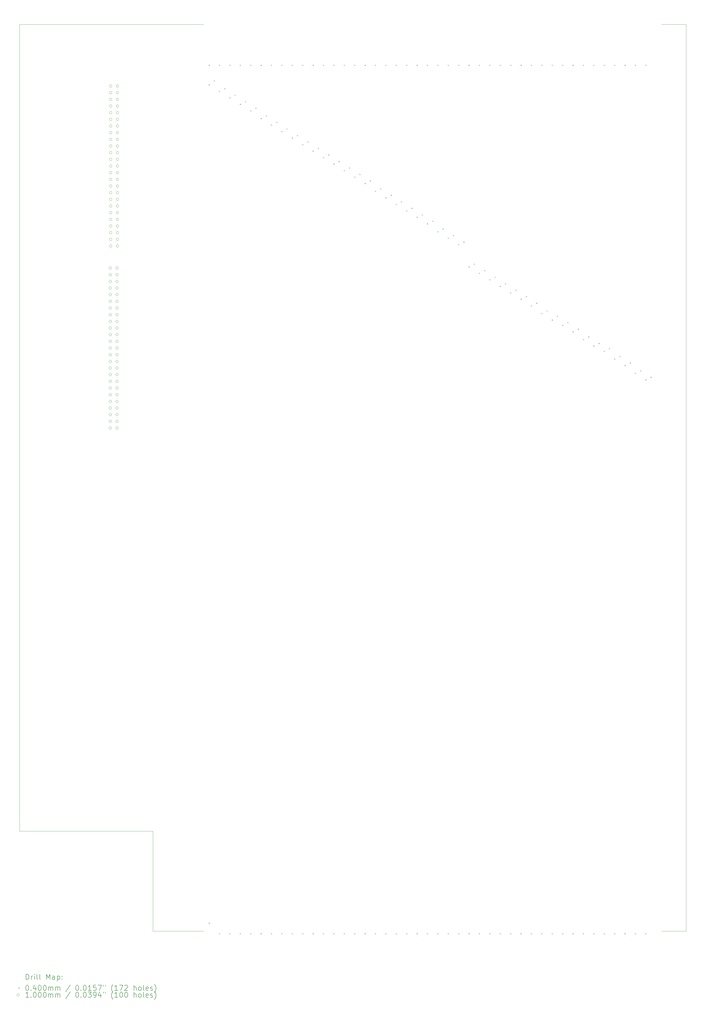
<source format=gbr>
%TF.GenerationSoftware,KiCad,Pcbnew,7.0.1*%
%TF.CreationDate,2024-03-02T20:17:59-05:00*%
%TF.ProjectId,SEM card breakout,53454d20-6361-4726-9420-627265616b6f,rev?*%
%TF.SameCoordinates,Original*%
%TF.FileFunction,Drillmap*%
%TF.FilePolarity,Positive*%
%FSLAX45Y45*%
G04 Gerber Fmt 4.5, Leading zero omitted, Abs format (unit mm)*
G04 Created by KiCad (PCBNEW 7.0.1) date 2024-03-02 20:17:59*
%MOMM*%
%LPD*%
G01*
G04 APERTURE LIST*
%ADD10C,0.100000*%
%ADD11C,0.200000*%
%ADD12C,0.040000*%
G04 APERTURE END LIST*
D10*
X-878840Y960120D02*
X-878840Y-29773880D01*
X24521160Y-33583880D02*
X24521160Y960120D01*
X23586440Y-33583880D02*
X24521160Y-33583880D01*
X4201160Y-29773880D02*
X4201160Y-33583880D01*
X-878840Y-29773880D02*
X4201160Y-29773880D01*
X23586440Y960120D02*
X24521160Y960120D01*
X4201160Y-33583880D02*
X6131560Y-33583880D01*
X6131560Y960120D02*
X-878840Y960120D01*
D11*
D12*
X6319840Y-574360D02*
X6359840Y-614360D01*
X6359840Y-574360D02*
X6319840Y-614360D01*
X6319840Y-1317310D02*
X6359840Y-1357310D01*
X6359840Y-1317310D02*
X6319840Y-1357310D01*
X6319840Y-33264160D02*
X6359840Y-33304160D01*
X6359840Y-33264160D02*
X6319840Y-33304160D01*
X6517960Y-1168720D02*
X6557960Y-1208720D01*
X6557960Y-1168720D02*
X6517960Y-1208720D01*
X6716080Y-574360D02*
X6756080Y-614360D01*
X6756080Y-574360D02*
X6716080Y-614360D01*
X6716080Y-1564960D02*
X6756080Y-1604960D01*
X6756080Y-1564960D02*
X6716080Y-1604960D01*
X6716080Y-33660400D02*
X6756080Y-33700400D01*
X6756080Y-33660400D02*
X6716080Y-33700400D01*
X6914200Y-1465900D02*
X6954200Y-1505900D01*
X6954200Y-1465900D02*
X6914200Y-1505900D01*
X7112320Y-574360D02*
X7152320Y-614360D01*
X7152320Y-574360D02*
X7112320Y-614360D01*
X7112320Y-1812610D02*
X7152320Y-1852610D01*
X7152320Y-1812610D02*
X7112320Y-1852610D01*
X7112320Y-33660400D02*
X7152320Y-33700400D01*
X7152320Y-33660400D02*
X7112320Y-33700400D01*
X7310440Y-1713550D02*
X7350440Y-1753550D01*
X7350440Y-1713550D02*
X7310440Y-1753550D01*
X7508560Y-574360D02*
X7548560Y-614360D01*
X7548560Y-574360D02*
X7508560Y-614360D01*
X7508560Y-2060260D02*
X7548560Y-2100260D01*
X7548560Y-2060260D02*
X7508560Y-2100260D01*
X7508560Y-33660400D02*
X7548560Y-33700400D01*
X7548560Y-33660400D02*
X7508560Y-33700400D01*
X7706680Y-1961200D02*
X7746680Y-2001200D01*
X7746680Y-1961200D02*
X7706680Y-2001200D01*
X7904800Y-574360D02*
X7944800Y-614360D01*
X7944800Y-574360D02*
X7904800Y-614360D01*
X7904800Y-2307910D02*
X7944800Y-2347910D01*
X7944800Y-2307910D02*
X7904800Y-2347910D01*
X7904800Y-33660400D02*
X7944800Y-33700400D01*
X7944800Y-33660400D02*
X7904800Y-33700400D01*
X8102920Y-2208850D02*
X8142920Y-2248850D01*
X8142920Y-2208850D02*
X8102920Y-2248850D01*
X8301040Y-574360D02*
X8341040Y-614360D01*
X8341040Y-574360D02*
X8301040Y-614360D01*
X8301040Y-2605090D02*
X8341040Y-2645090D01*
X8341040Y-2605090D02*
X8301040Y-2645090D01*
X8301040Y-33660400D02*
X8341040Y-33700400D01*
X8341040Y-33660400D02*
X8301040Y-33700400D01*
X8499160Y-2506030D02*
X8539160Y-2546030D01*
X8539160Y-2506030D02*
X8499160Y-2546030D01*
X8697280Y-574360D02*
X8737280Y-614360D01*
X8737280Y-574360D02*
X8697280Y-614360D01*
X8697280Y-2852740D02*
X8737280Y-2892740D01*
X8737280Y-2852740D02*
X8697280Y-2892740D01*
X8697280Y-33660400D02*
X8737280Y-33700400D01*
X8737280Y-33660400D02*
X8697280Y-33700400D01*
X8895400Y-2753680D02*
X8935400Y-2793680D01*
X8935400Y-2753680D02*
X8895400Y-2793680D01*
X9093520Y-574360D02*
X9133520Y-614360D01*
X9133520Y-574360D02*
X9093520Y-614360D01*
X9093520Y-3100390D02*
X9133520Y-3140390D01*
X9133520Y-3100390D02*
X9093520Y-3140390D01*
X9093520Y-33660400D02*
X9133520Y-33700400D01*
X9133520Y-33660400D02*
X9093520Y-33700400D01*
X9291640Y-3001330D02*
X9331640Y-3041330D01*
X9331640Y-3001330D02*
X9291640Y-3041330D01*
X9489760Y-574360D02*
X9529760Y-614360D01*
X9529760Y-574360D02*
X9489760Y-614360D01*
X9489760Y-3348040D02*
X9529760Y-3388040D01*
X9529760Y-3348040D02*
X9489760Y-3388040D01*
X9489760Y-33660400D02*
X9529760Y-33700400D01*
X9529760Y-33660400D02*
X9489760Y-33700400D01*
X9687880Y-3248980D02*
X9727880Y-3288980D01*
X9727880Y-3248980D02*
X9687880Y-3288980D01*
X9886000Y-574360D02*
X9926000Y-614360D01*
X9926000Y-574360D02*
X9886000Y-614360D01*
X9886000Y-3595690D02*
X9926000Y-3635690D01*
X9926000Y-3595690D02*
X9886000Y-3635690D01*
X9886000Y-33660400D02*
X9926000Y-33700400D01*
X9926000Y-33660400D02*
X9886000Y-33700400D01*
X10084120Y-3496630D02*
X10124120Y-3536630D01*
X10124120Y-3496630D02*
X10084120Y-3536630D01*
X10282240Y-574360D02*
X10322240Y-614360D01*
X10322240Y-574360D02*
X10282240Y-614360D01*
X10282240Y-3843340D02*
X10322240Y-3883340D01*
X10322240Y-3843340D02*
X10282240Y-3883340D01*
X10282240Y-33660400D02*
X10322240Y-33700400D01*
X10322240Y-33660400D02*
X10282240Y-33700400D01*
X10480360Y-3744280D02*
X10520360Y-3784280D01*
X10520360Y-3744280D02*
X10480360Y-3784280D01*
X10678480Y-574360D02*
X10718480Y-614360D01*
X10718480Y-574360D02*
X10678480Y-614360D01*
X10678480Y-4090990D02*
X10718480Y-4130990D01*
X10718480Y-4090990D02*
X10678480Y-4130990D01*
X10678480Y-33660400D02*
X10718480Y-33700400D01*
X10718480Y-33660400D02*
X10678480Y-33700400D01*
X10876600Y-3991930D02*
X10916600Y-4031930D01*
X10916600Y-3991930D02*
X10876600Y-4031930D01*
X11074720Y-574360D02*
X11114720Y-614360D01*
X11114720Y-574360D02*
X11074720Y-614360D01*
X11074720Y-4338640D02*
X11114720Y-4378640D01*
X11114720Y-4338640D02*
X11074720Y-4378640D01*
X11074720Y-33660400D02*
X11114720Y-33700400D01*
X11114720Y-33660400D02*
X11074720Y-33700400D01*
X11272840Y-4239580D02*
X11312840Y-4279580D01*
X11312840Y-4239580D02*
X11272840Y-4279580D01*
X11470960Y-574360D02*
X11510960Y-614360D01*
X11510960Y-574360D02*
X11470960Y-614360D01*
X11470960Y-4586290D02*
X11510960Y-4626290D01*
X11510960Y-4586290D02*
X11470960Y-4626290D01*
X11470960Y-33660400D02*
X11510960Y-33700400D01*
X11510960Y-33660400D02*
X11470960Y-33700400D01*
X11669080Y-4487230D02*
X11709080Y-4527230D01*
X11709080Y-4487230D02*
X11669080Y-4527230D01*
X11867200Y-574360D02*
X11907200Y-614360D01*
X11907200Y-574360D02*
X11867200Y-614360D01*
X11867200Y-4833940D02*
X11907200Y-4873940D01*
X11907200Y-4833940D02*
X11867200Y-4873940D01*
X11867200Y-33660400D02*
X11907200Y-33700400D01*
X11907200Y-33660400D02*
X11867200Y-33700400D01*
X12065320Y-4734880D02*
X12105320Y-4774880D01*
X12105320Y-4734880D02*
X12065320Y-4774880D01*
X12263440Y-574360D02*
X12303440Y-614360D01*
X12303440Y-574360D02*
X12263440Y-614360D01*
X12263440Y-5081590D02*
X12303440Y-5121590D01*
X12303440Y-5081590D02*
X12263440Y-5121590D01*
X12263440Y-33660400D02*
X12303440Y-33700400D01*
X12303440Y-33660400D02*
X12263440Y-33700400D01*
X12461560Y-4982530D02*
X12501560Y-5022530D01*
X12501560Y-4982530D02*
X12461560Y-5022530D01*
X12659680Y-574360D02*
X12699680Y-614360D01*
X12699680Y-574360D02*
X12659680Y-614360D01*
X12659680Y-5378770D02*
X12699680Y-5418770D01*
X12699680Y-5378770D02*
X12659680Y-5418770D01*
X12659680Y-33660400D02*
X12699680Y-33700400D01*
X12699680Y-33660400D02*
X12659680Y-33700400D01*
X12857800Y-5279710D02*
X12897800Y-5319710D01*
X12897800Y-5279710D02*
X12857800Y-5319710D01*
X13055920Y-574360D02*
X13095920Y-614360D01*
X13095920Y-574360D02*
X13055920Y-614360D01*
X13055920Y-5626420D02*
X13095920Y-5666420D01*
X13095920Y-5626420D02*
X13055920Y-5666420D01*
X13055920Y-33660400D02*
X13095920Y-33700400D01*
X13095920Y-33660400D02*
X13055920Y-33700400D01*
X13254040Y-5527360D02*
X13294040Y-5567360D01*
X13294040Y-5527360D02*
X13254040Y-5567360D01*
X13452160Y-574360D02*
X13492160Y-614360D01*
X13492160Y-574360D02*
X13452160Y-614360D01*
X13452160Y-5874070D02*
X13492160Y-5914070D01*
X13492160Y-5874070D02*
X13452160Y-5914070D01*
X13452160Y-33660400D02*
X13492160Y-33700400D01*
X13492160Y-33660400D02*
X13452160Y-33700400D01*
X13650280Y-5775010D02*
X13690280Y-5815010D01*
X13690280Y-5775010D02*
X13650280Y-5815010D01*
X13848400Y-574360D02*
X13888400Y-614360D01*
X13888400Y-574360D02*
X13848400Y-614360D01*
X13848400Y-6121720D02*
X13888400Y-6161720D01*
X13888400Y-6121720D02*
X13848400Y-6161720D01*
X13848400Y-33660400D02*
X13888400Y-33700400D01*
X13888400Y-33660400D02*
X13848400Y-33700400D01*
X14046520Y-6022660D02*
X14086520Y-6062660D01*
X14086520Y-6022660D02*
X14046520Y-6062660D01*
X14244640Y-574360D02*
X14284640Y-614360D01*
X14284640Y-574360D02*
X14244640Y-614360D01*
X14244640Y-6369370D02*
X14284640Y-6409370D01*
X14284640Y-6369370D02*
X14244640Y-6409370D01*
X14244640Y-33660400D02*
X14284640Y-33700400D01*
X14284640Y-33660400D02*
X14244640Y-33700400D01*
X14442760Y-6270310D02*
X14482760Y-6310310D01*
X14482760Y-6270310D02*
X14442760Y-6310310D01*
X14640880Y-574360D02*
X14680880Y-614360D01*
X14680880Y-574360D02*
X14640880Y-614360D01*
X14640880Y-6617020D02*
X14680880Y-6657020D01*
X14680880Y-6617020D02*
X14640880Y-6657020D01*
X14640880Y-33660400D02*
X14680880Y-33700400D01*
X14680880Y-33660400D02*
X14640880Y-33700400D01*
X14839000Y-6517960D02*
X14879000Y-6557960D01*
X14879000Y-6517960D02*
X14839000Y-6557960D01*
X15037120Y-574360D02*
X15077120Y-614360D01*
X15077120Y-574360D02*
X15037120Y-614360D01*
X15037120Y-6914200D02*
X15077120Y-6954200D01*
X15077120Y-6914200D02*
X15037120Y-6954200D01*
X15037120Y-33660400D02*
X15077120Y-33700400D01*
X15077120Y-33660400D02*
X15037120Y-33700400D01*
X15235240Y-6815140D02*
X15275240Y-6855140D01*
X15275240Y-6815140D02*
X15235240Y-6855140D01*
X15433360Y-574360D02*
X15473360Y-614360D01*
X15473360Y-574360D02*
X15433360Y-614360D01*
X15433360Y-7161850D02*
X15473360Y-7201850D01*
X15473360Y-7161850D02*
X15433360Y-7201850D01*
X15433360Y-33660400D02*
X15473360Y-33700400D01*
X15473360Y-33660400D02*
X15433360Y-33700400D01*
X15631480Y-7062790D02*
X15671480Y-7102790D01*
X15671480Y-7062790D02*
X15631480Y-7102790D01*
X15829600Y-574360D02*
X15869600Y-614360D01*
X15869600Y-574360D02*
X15829600Y-614360D01*
X15829600Y-7409500D02*
X15869600Y-7449500D01*
X15869600Y-7409500D02*
X15829600Y-7449500D01*
X15829600Y-33660400D02*
X15869600Y-33700400D01*
X15869600Y-33660400D02*
X15829600Y-33700400D01*
X16027720Y-7310440D02*
X16067720Y-7350440D01*
X16067720Y-7310440D02*
X16027720Y-7350440D01*
X16225840Y-574360D02*
X16265840Y-614360D01*
X16265840Y-574360D02*
X16225840Y-614360D01*
X16225840Y-8251510D02*
X16265840Y-8291510D01*
X16265840Y-8251510D02*
X16225840Y-8291510D01*
X16225840Y-33660400D02*
X16265840Y-33700400D01*
X16265840Y-33660400D02*
X16225840Y-33700400D01*
X16423960Y-8152450D02*
X16463960Y-8192450D01*
X16463960Y-8152450D02*
X16423960Y-8192450D01*
X16622080Y-574360D02*
X16662080Y-614360D01*
X16662080Y-574360D02*
X16622080Y-614360D01*
X16622080Y-8499160D02*
X16662080Y-8539160D01*
X16662080Y-8499160D02*
X16622080Y-8539160D01*
X16622080Y-33660400D02*
X16662080Y-33700400D01*
X16662080Y-33660400D02*
X16622080Y-33700400D01*
X16820200Y-8400100D02*
X16860200Y-8440100D01*
X16860200Y-8400100D02*
X16820200Y-8440100D01*
X17018320Y-574360D02*
X17058320Y-614360D01*
X17058320Y-574360D02*
X17018320Y-614360D01*
X17018320Y-8746810D02*
X17058320Y-8786810D01*
X17058320Y-8746810D02*
X17018320Y-8786810D01*
X17018320Y-33660400D02*
X17058320Y-33700400D01*
X17058320Y-33660400D02*
X17018320Y-33700400D01*
X17216440Y-8647750D02*
X17256440Y-8687750D01*
X17256440Y-8647750D02*
X17216440Y-8687750D01*
X17414560Y-574360D02*
X17454560Y-614360D01*
X17454560Y-574360D02*
X17414560Y-614360D01*
X17414560Y-8994460D02*
X17454560Y-9034460D01*
X17454560Y-8994460D02*
X17414560Y-9034460D01*
X17414560Y-33660400D02*
X17454560Y-33700400D01*
X17454560Y-33660400D02*
X17414560Y-33700400D01*
X17612680Y-8895400D02*
X17652680Y-8935400D01*
X17652680Y-8895400D02*
X17612680Y-8935400D01*
X17810800Y-574360D02*
X17850800Y-614360D01*
X17850800Y-574360D02*
X17810800Y-614360D01*
X17810800Y-9242110D02*
X17850800Y-9282110D01*
X17850800Y-9242110D02*
X17810800Y-9282110D01*
X17810800Y-33660400D02*
X17850800Y-33700400D01*
X17850800Y-33660400D02*
X17810800Y-33700400D01*
X18008920Y-9143050D02*
X18048920Y-9183050D01*
X18048920Y-9143050D02*
X18008920Y-9183050D01*
X18207040Y-574360D02*
X18247040Y-614360D01*
X18247040Y-574360D02*
X18207040Y-614360D01*
X18207040Y-9489760D02*
X18247040Y-9529760D01*
X18247040Y-9489760D02*
X18207040Y-9529760D01*
X18207040Y-33660400D02*
X18247040Y-33700400D01*
X18247040Y-33660400D02*
X18207040Y-33700400D01*
X18405160Y-9390700D02*
X18445160Y-9430700D01*
X18445160Y-9390700D02*
X18405160Y-9430700D01*
X18603280Y-574360D02*
X18643280Y-614360D01*
X18643280Y-574360D02*
X18603280Y-614360D01*
X18603280Y-9737410D02*
X18643280Y-9777410D01*
X18643280Y-9737410D02*
X18603280Y-9777410D01*
X18603280Y-33660400D02*
X18643280Y-33700400D01*
X18643280Y-33660400D02*
X18603280Y-33700400D01*
X18801400Y-9638350D02*
X18841400Y-9678350D01*
X18841400Y-9638350D02*
X18801400Y-9678350D01*
X18999520Y-574360D02*
X19039520Y-614360D01*
X19039520Y-574360D02*
X18999520Y-614360D01*
X18999520Y-10034590D02*
X19039520Y-10074590D01*
X19039520Y-10034590D02*
X18999520Y-10074590D01*
X18999520Y-33660400D02*
X19039520Y-33700400D01*
X19039520Y-33660400D02*
X18999520Y-33700400D01*
X19197640Y-9935530D02*
X19237640Y-9975530D01*
X19237640Y-9935530D02*
X19197640Y-9975530D01*
X19395760Y-574360D02*
X19435760Y-614360D01*
X19435760Y-574360D02*
X19395760Y-614360D01*
X19395760Y-10282240D02*
X19435760Y-10322240D01*
X19435760Y-10282240D02*
X19395760Y-10322240D01*
X19395760Y-33660400D02*
X19435760Y-33700400D01*
X19435760Y-33660400D02*
X19395760Y-33700400D01*
X19593880Y-10133650D02*
X19633880Y-10173650D01*
X19633880Y-10133650D02*
X19593880Y-10173650D01*
X19792000Y-574360D02*
X19832000Y-614360D01*
X19832000Y-574360D02*
X19792000Y-614360D01*
X19792000Y-10480360D02*
X19832000Y-10520360D01*
X19832000Y-10480360D02*
X19792000Y-10520360D01*
X19792000Y-33660400D02*
X19832000Y-33700400D01*
X19832000Y-33660400D02*
X19792000Y-33700400D01*
X19990120Y-10381300D02*
X20030120Y-10421300D01*
X20030120Y-10381300D02*
X19990120Y-10421300D01*
X20188240Y-574360D02*
X20228240Y-614360D01*
X20228240Y-574360D02*
X20188240Y-614360D01*
X20188240Y-10728010D02*
X20228240Y-10768010D01*
X20228240Y-10728010D02*
X20188240Y-10768010D01*
X20188240Y-33660400D02*
X20228240Y-33700400D01*
X20228240Y-33660400D02*
X20188240Y-33700400D01*
X20386360Y-10628950D02*
X20426360Y-10668950D01*
X20426360Y-10628950D02*
X20386360Y-10668950D01*
X20584480Y-574360D02*
X20624480Y-614360D01*
X20624480Y-574360D02*
X20584480Y-614360D01*
X20584480Y-11025190D02*
X20624480Y-11065190D01*
X20624480Y-11025190D02*
X20584480Y-11065190D01*
X20584480Y-33660400D02*
X20624480Y-33700400D01*
X20624480Y-33660400D02*
X20584480Y-33700400D01*
X20782600Y-10926130D02*
X20822600Y-10966130D01*
X20822600Y-10926130D02*
X20782600Y-10966130D01*
X20980720Y-574360D02*
X21020720Y-614360D01*
X21020720Y-574360D02*
X20980720Y-614360D01*
X20980720Y-11272840D02*
X21020720Y-11312840D01*
X21020720Y-11272840D02*
X20980720Y-11312840D01*
X20980720Y-33660400D02*
X21020720Y-33700400D01*
X21020720Y-33660400D02*
X20980720Y-33700400D01*
X21178840Y-11173780D02*
X21218840Y-11213780D01*
X21218840Y-11173780D02*
X21178840Y-11213780D01*
X21376960Y-574360D02*
X21416960Y-614360D01*
X21416960Y-574360D02*
X21376960Y-614360D01*
X21376960Y-11470960D02*
X21416960Y-11510960D01*
X21416960Y-11470960D02*
X21376960Y-11510960D01*
X21376960Y-33660400D02*
X21416960Y-33700400D01*
X21416960Y-33660400D02*
X21376960Y-33700400D01*
X21575080Y-11371900D02*
X21615080Y-11411900D01*
X21615080Y-11371900D02*
X21575080Y-11411900D01*
X21773200Y-574360D02*
X21813200Y-614360D01*
X21813200Y-574360D02*
X21773200Y-614360D01*
X21773200Y-11768140D02*
X21813200Y-11808140D01*
X21813200Y-11768140D02*
X21773200Y-11808140D01*
X21773200Y-33660400D02*
X21813200Y-33700400D01*
X21813200Y-33660400D02*
X21773200Y-33700400D01*
X21971320Y-11669080D02*
X22011320Y-11709080D01*
X22011320Y-11669080D02*
X21971320Y-11709080D01*
X22169440Y-574360D02*
X22209440Y-614360D01*
X22209440Y-574360D02*
X22169440Y-614360D01*
X22169440Y-12015790D02*
X22209440Y-12055790D01*
X22209440Y-12015790D02*
X22169440Y-12055790D01*
X22169440Y-33660400D02*
X22209440Y-33700400D01*
X22209440Y-33660400D02*
X22169440Y-33700400D01*
X22367560Y-11916730D02*
X22407560Y-11956730D01*
X22407560Y-11916730D02*
X22367560Y-11956730D01*
X22565680Y-574360D02*
X22605680Y-614360D01*
X22605680Y-574360D02*
X22565680Y-614360D01*
X22565680Y-12312970D02*
X22605680Y-12352970D01*
X22605680Y-12312970D02*
X22565680Y-12352970D01*
X22565680Y-33660400D02*
X22605680Y-33700400D01*
X22605680Y-33660400D02*
X22565680Y-33700400D01*
X22763800Y-12213910D02*
X22803800Y-12253910D01*
X22803800Y-12213910D02*
X22763800Y-12253910D01*
X22961920Y-574360D02*
X23001920Y-614360D01*
X23001920Y-574360D02*
X22961920Y-614360D01*
X22961920Y-12560620D02*
X23001920Y-12600620D01*
X23001920Y-12560620D02*
X22961920Y-12600620D01*
X22961920Y-33660400D02*
X23001920Y-33700400D01*
X23001920Y-33660400D02*
X22961920Y-33700400D01*
X23160040Y-12461560D02*
X23200040Y-12501560D01*
X23200040Y-12461560D02*
X23160040Y-12501560D01*
D10*
X2625560Y-8321040D02*
G75*
G03*
X2625560Y-8321040I-50000J0D01*
G01*
X2625560Y-8575040D02*
G75*
G03*
X2625560Y-8575040I-50000J0D01*
G01*
X2625560Y-8829040D02*
G75*
G03*
X2625560Y-8829040I-50000J0D01*
G01*
X2625560Y-9083040D02*
G75*
G03*
X2625560Y-9083040I-50000J0D01*
G01*
X2625560Y-9337040D02*
G75*
G03*
X2625560Y-9337040I-50000J0D01*
G01*
X2625560Y-9591040D02*
G75*
G03*
X2625560Y-9591040I-50000J0D01*
G01*
X2625560Y-9845040D02*
G75*
G03*
X2625560Y-9845040I-50000J0D01*
G01*
X2625560Y-10099040D02*
G75*
G03*
X2625560Y-10099040I-50000J0D01*
G01*
X2625560Y-10353040D02*
G75*
G03*
X2625560Y-10353040I-50000J0D01*
G01*
X2625560Y-10607040D02*
G75*
G03*
X2625560Y-10607040I-50000J0D01*
G01*
X2625560Y-10861040D02*
G75*
G03*
X2625560Y-10861040I-50000J0D01*
G01*
X2625560Y-11115040D02*
G75*
G03*
X2625560Y-11115040I-50000J0D01*
G01*
X2625560Y-11369040D02*
G75*
G03*
X2625560Y-11369040I-50000J0D01*
G01*
X2625560Y-11623040D02*
G75*
G03*
X2625560Y-11623040I-50000J0D01*
G01*
X2625560Y-11877040D02*
G75*
G03*
X2625560Y-11877040I-50000J0D01*
G01*
X2625560Y-12131040D02*
G75*
G03*
X2625560Y-12131040I-50000J0D01*
G01*
X2625560Y-12385040D02*
G75*
G03*
X2625560Y-12385040I-50000J0D01*
G01*
X2625560Y-12639040D02*
G75*
G03*
X2625560Y-12639040I-50000J0D01*
G01*
X2625560Y-12893040D02*
G75*
G03*
X2625560Y-12893040I-50000J0D01*
G01*
X2625560Y-13147040D02*
G75*
G03*
X2625560Y-13147040I-50000J0D01*
G01*
X2625560Y-13401040D02*
G75*
G03*
X2625560Y-13401040I-50000J0D01*
G01*
X2625560Y-13655040D02*
G75*
G03*
X2625560Y-13655040I-50000J0D01*
G01*
X2625560Y-13909040D02*
G75*
G03*
X2625560Y-13909040I-50000J0D01*
G01*
X2625560Y-14163040D02*
G75*
G03*
X2625560Y-14163040I-50000J0D01*
G01*
X2625560Y-14417040D02*
G75*
G03*
X2625560Y-14417040I-50000J0D01*
G01*
X2642160Y-1386840D02*
G75*
G03*
X2642160Y-1386840I-50000J0D01*
G01*
X2642160Y-1640840D02*
G75*
G03*
X2642160Y-1640840I-50000J0D01*
G01*
X2642160Y-1894840D02*
G75*
G03*
X2642160Y-1894840I-50000J0D01*
G01*
X2642160Y-2148840D02*
G75*
G03*
X2642160Y-2148840I-50000J0D01*
G01*
X2642160Y-2402840D02*
G75*
G03*
X2642160Y-2402840I-50000J0D01*
G01*
X2642160Y-2656840D02*
G75*
G03*
X2642160Y-2656840I-50000J0D01*
G01*
X2642160Y-2910840D02*
G75*
G03*
X2642160Y-2910840I-50000J0D01*
G01*
X2642160Y-3164840D02*
G75*
G03*
X2642160Y-3164840I-50000J0D01*
G01*
X2642160Y-3418840D02*
G75*
G03*
X2642160Y-3418840I-50000J0D01*
G01*
X2642160Y-3672840D02*
G75*
G03*
X2642160Y-3672840I-50000J0D01*
G01*
X2642160Y-3926840D02*
G75*
G03*
X2642160Y-3926840I-50000J0D01*
G01*
X2642160Y-4180840D02*
G75*
G03*
X2642160Y-4180840I-50000J0D01*
G01*
X2642160Y-4434840D02*
G75*
G03*
X2642160Y-4434840I-50000J0D01*
G01*
X2642160Y-4688840D02*
G75*
G03*
X2642160Y-4688840I-50000J0D01*
G01*
X2642160Y-4942840D02*
G75*
G03*
X2642160Y-4942840I-50000J0D01*
G01*
X2642160Y-5196840D02*
G75*
G03*
X2642160Y-5196840I-50000J0D01*
G01*
X2642160Y-5450840D02*
G75*
G03*
X2642160Y-5450840I-50000J0D01*
G01*
X2642160Y-5704840D02*
G75*
G03*
X2642160Y-5704840I-50000J0D01*
G01*
X2642160Y-5958840D02*
G75*
G03*
X2642160Y-5958840I-50000J0D01*
G01*
X2642160Y-6212840D02*
G75*
G03*
X2642160Y-6212840I-50000J0D01*
G01*
X2642160Y-6466840D02*
G75*
G03*
X2642160Y-6466840I-50000J0D01*
G01*
X2642160Y-6720840D02*
G75*
G03*
X2642160Y-6720840I-50000J0D01*
G01*
X2642160Y-6974840D02*
G75*
G03*
X2642160Y-6974840I-50000J0D01*
G01*
X2642160Y-7228840D02*
G75*
G03*
X2642160Y-7228840I-50000J0D01*
G01*
X2642160Y-7482840D02*
G75*
G03*
X2642160Y-7482840I-50000J0D01*
G01*
X2879560Y-8321040D02*
G75*
G03*
X2879560Y-8321040I-50000J0D01*
G01*
X2879560Y-8575040D02*
G75*
G03*
X2879560Y-8575040I-50000J0D01*
G01*
X2879560Y-8829040D02*
G75*
G03*
X2879560Y-8829040I-50000J0D01*
G01*
X2879560Y-9083040D02*
G75*
G03*
X2879560Y-9083040I-50000J0D01*
G01*
X2879560Y-9337040D02*
G75*
G03*
X2879560Y-9337040I-50000J0D01*
G01*
X2879560Y-9591040D02*
G75*
G03*
X2879560Y-9591040I-50000J0D01*
G01*
X2879560Y-9845040D02*
G75*
G03*
X2879560Y-9845040I-50000J0D01*
G01*
X2879560Y-10099040D02*
G75*
G03*
X2879560Y-10099040I-50000J0D01*
G01*
X2879560Y-10353040D02*
G75*
G03*
X2879560Y-10353040I-50000J0D01*
G01*
X2879560Y-10607040D02*
G75*
G03*
X2879560Y-10607040I-50000J0D01*
G01*
X2879560Y-10861040D02*
G75*
G03*
X2879560Y-10861040I-50000J0D01*
G01*
X2879560Y-11115040D02*
G75*
G03*
X2879560Y-11115040I-50000J0D01*
G01*
X2879560Y-11369040D02*
G75*
G03*
X2879560Y-11369040I-50000J0D01*
G01*
X2879560Y-11623040D02*
G75*
G03*
X2879560Y-11623040I-50000J0D01*
G01*
X2879560Y-11877040D02*
G75*
G03*
X2879560Y-11877040I-50000J0D01*
G01*
X2879560Y-12131040D02*
G75*
G03*
X2879560Y-12131040I-50000J0D01*
G01*
X2879560Y-12385040D02*
G75*
G03*
X2879560Y-12385040I-50000J0D01*
G01*
X2879560Y-12639040D02*
G75*
G03*
X2879560Y-12639040I-50000J0D01*
G01*
X2879560Y-12893040D02*
G75*
G03*
X2879560Y-12893040I-50000J0D01*
G01*
X2879560Y-13147040D02*
G75*
G03*
X2879560Y-13147040I-50000J0D01*
G01*
X2879560Y-13401040D02*
G75*
G03*
X2879560Y-13401040I-50000J0D01*
G01*
X2879560Y-13655040D02*
G75*
G03*
X2879560Y-13655040I-50000J0D01*
G01*
X2879560Y-13909040D02*
G75*
G03*
X2879560Y-13909040I-50000J0D01*
G01*
X2879560Y-14163040D02*
G75*
G03*
X2879560Y-14163040I-50000J0D01*
G01*
X2879560Y-14417040D02*
G75*
G03*
X2879560Y-14417040I-50000J0D01*
G01*
X2896160Y-1386840D02*
G75*
G03*
X2896160Y-1386840I-50000J0D01*
G01*
X2896160Y-1640840D02*
G75*
G03*
X2896160Y-1640840I-50000J0D01*
G01*
X2896160Y-1894840D02*
G75*
G03*
X2896160Y-1894840I-50000J0D01*
G01*
X2896160Y-2148840D02*
G75*
G03*
X2896160Y-2148840I-50000J0D01*
G01*
X2896160Y-2402840D02*
G75*
G03*
X2896160Y-2402840I-50000J0D01*
G01*
X2896160Y-2656840D02*
G75*
G03*
X2896160Y-2656840I-50000J0D01*
G01*
X2896160Y-2910840D02*
G75*
G03*
X2896160Y-2910840I-50000J0D01*
G01*
X2896160Y-3164840D02*
G75*
G03*
X2896160Y-3164840I-50000J0D01*
G01*
X2896160Y-3418840D02*
G75*
G03*
X2896160Y-3418840I-50000J0D01*
G01*
X2896160Y-3672840D02*
G75*
G03*
X2896160Y-3672840I-50000J0D01*
G01*
X2896160Y-3926840D02*
G75*
G03*
X2896160Y-3926840I-50000J0D01*
G01*
X2896160Y-4180840D02*
G75*
G03*
X2896160Y-4180840I-50000J0D01*
G01*
X2896160Y-4434840D02*
G75*
G03*
X2896160Y-4434840I-50000J0D01*
G01*
X2896160Y-4688840D02*
G75*
G03*
X2896160Y-4688840I-50000J0D01*
G01*
X2896160Y-4942840D02*
G75*
G03*
X2896160Y-4942840I-50000J0D01*
G01*
X2896160Y-5196840D02*
G75*
G03*
X2896160Y-5196840I-50000J0D01*
G01*
X2896160Y-5450840D02*
G75*
G03*
X2896160Y-5450840I-50000J0D01*
G01*
X2896160Y-5704840D02*
G75*
G03*
X2896160Y-5704840I-50000J0D01*
G01*
X2896160Y-5958840D02*
G75*
G03*
X2896160Y-5958840I-50000J0D01*
G01*
X2896160Y-6212840D02*
G75*
G03*
X2896160Y-6212840I-50000J0D01*
G01*
X2896160Y-6466840D02*
G75*
G03*
X2896160Y-6466840I-50000J0D01*
G01*
X2896160Y-6720840D02*
G75*
G03*
X2896160Y-6720840I-50000J0D01*
G01*
X2896160Y-6974840D02*
G75*
G03*
X2896160Y-6974840I-50000J0D01*
G01*
X2896160Y-7228840D02*
G75*
G03*
X2896160Y-7228840I-50000J0D01*
G01*
X2896160Y-7482840D02*
G75*
G03*
X2896160Y-7482840I-50000J0D01*
G01*
D11*
X-636221Y-35425404D02*
X-636221Y-35225404D01*
X-636221Y-35225404D02*
X-588602Y-35225404D01*
X-588602Y-35225404D02*
X-560030Y-35234928D01*
X-560030Y-35234928D02*
X-540983Y-35253975D01*
X-540983Y-35253975D02*
X-531459Y-35273023D01*
X-531459Y-35273023D02*
X-521935Y-35311118D01*
X-521935Y-35311118D02*
X-521935Y-35339690D01*
X-521935Y-35339690D02*
X-531459Y-35377785D01*
X-531459Y-35377785D02*
X-540983Y-35396832D01*
X-540983Y-35396832D02*
X-560030Y-35415880D01*
X-560030Y-35415880D02*
X-588602Y-35425404D01*
X-588602Y-35425404D02*
X-636221Y-35425404D01*
X-436221Y-35425404D02*
X-436221Y-35292070D01*
X-436221Y-35330166D02*
X-426697Y-35311118D01*
X-426697Y-35311118D02*
X-417173Y-35301594D01*
X-417173Y-35301594D02*
X-398126Y-35292070D01*
X-398126Y-35292070D02*
X-379078Y-35292070D01*
X-312411Y-35425404D02*
X-312411Y-35292070D01*
X-312411Y-35225404D02*
X-321935Y-35234928D01*
X-321935Y-35234928D02*
X-312411Y-35244451D01*
X-312411Y-35244451D02*
X-302888Y-35234928D01*
X-302888Y-35234928D02*
X-312411Y-35225404D01*
X-312411Y-35225404D02*
X-312411Y-35244451D01*
X-188602Y-35425404D02*
X-207649Y-35415880D01*
X-207649Y-35415880D02*
X-217173Y-35396832D01*
X-217173Y-35396832D02*
X-217173Y-35225404D01*
X-83840Y-35425404D02*
X-102888Y-35415880D01*
X-102888Y-35415880D02*
X-112411Y-35396832D01*
X-112411Y-35396832D02*
X-112411Y-35225404D01*
X144731Y-35425404D02*
X144731Y-35225404D01*
X144731Y-35225404D02*
X211398Y-35368261D01*
X211398Y-35368261D02*
X278065Y-35225404D01*
X278065Y-35225404D02*
X278065Y-35425404D01*
X459017Y-35425404D02*
X459017Y-35320642D01*
X459017Y-35320642D02*
X449493Y-35301594D01*
X449493Y-35301594D02*
X430446Y-35292070D01*
X430446Y-35292070D02*
X392350Y-35292070D01*
X392350Y-35292070D02*
X373303Y-35301594D01*
X459017Y-35415880D02*
X439969Y-35425404D01*
X439969Y-35425404D02*
X392350Y-35425404D01*
X392350Y-35425404D02*
X373303Y-35415880D01*
X373303Y-35415880D02*
X363779Y-35396832D01*
X363779Y-35396832D02*
X363779Y-35377785D01*
X363779Y-35377785D02*
X373303Y-35358737D01*
X373303Y-35358737D02*
X392350Y-35349213D01*
X392350Y-35349213D02*
X439969Y-35349213D01*
X439969Y-35349213D02*
X459017Y-35339690D01*
X554255Y-35292070D02*
X554255Y-35492070D01*
X554255Y-35301594D02*
X573303Y-35292070D01*
X573303Y-35292070D02*
X611398Y-35292070D01*
X611398Y-35292070D02*
X630446Y-35301594D01*
X630446Y-35301594D02*
X639970Y-35311118D01*
X639970Y-35311118D02*
X649493Y-35330166D01*
X649493Y-35330166D02*
X649493Y-35387309D01*
X649493Y-35387309D02*
X639970Y-35406356D01*
X639970Y-35406356D02*
X630446Y-35415880D01*
X630446Y-35415880D02*
X611398Y-35425404D01*
X611398Y-35425404D02*
X573303Y-35425404D01*
X573303Y-35425404D02*
X554255Y-35415880D01*
X735208Y-35406356D02*
X744731Y-35415880D01*
X744731Y-35415880D02*
X735208Y-35425404D01*
X735208Y-35425404D02*
X725684Y-35415880D01*
X725684Y-35415880D02*
X735208Y-35406356D01*
X735208Y-35406356D02*
X735208Y-35425404D01*
X735208Y-35301594D02*
X744731Y-35311118D01*
X744731Y-35311118D02*
X735208Y-35320642D01*
X735208Y-35320642D02*
X725684Y-35311118D01*
X725684Y-35311118D02*
X735208Y-35301594D01*
X735208Y-35301594D02*
X735208Y-35320642D01*
D12*
X-923840Y-35732880D02*
X-883840Y-35772880D01*
X-883840Y-35732880D02*
X-923840Y-35772880D01*
D11*
X-598126Y-35645404D02*
X-579078Y-35645404D01*
X-579078Y-35645404D02*
X-560030Y-35654928D01*
X-560030Y-35654928D02*
X-550507Y-35664451D01*
X-550507Y-35664451D02*
X-540983Y-35683499D01*
X-540983Y-35683499D02*
X-531459Y-35721594D01*
X-531459Y-35721594D02*
X-531459Y-35769213D01*
X-531459Y-35769213D02*
X-540983Y-35807309D01*
X-540983Y-35807309D02*
X-550507Y-35826356D01*
X-550507Y-35826356D02*
X-560030Y-35835880D01*
X-560030Y-35835880D02*
X-579078Y-35845404D01*
X-579078Y-35845404D02*
X-598126Y-35845404D01*
X-598126Y-35845404D02*
X-617173Y-35835880D01*
X-617173Y-35835880D02*
X-626697Y-35826356D01*
X-626697Y-35826356D02*
X-636221Y-35807309D01*
X-636221Y-35807309D02*
X-645745Y-35769213D01*
X-645745Y-35769213D02*
X-645745Y-35721594D01*
X-645745Y-35721594D02*
X-636221Y-35683499D01*
X-636221Y-35683499D02*
X-626697Y-35664451D01*
X-626697Y-35664451D02*
X-617173Y-35654928D01*
X-617173Y-35654928D02*
X-598126Y-35645404D01*
X-445745Y-35826356D02*
X-436221Y-35835880D01*
X-436221Y-35835880D02*
X-445745Y-35845404D01*
X-445745Y-35845404D02*
X-455268Y-35835880D01*
X-455268Y-35835880D02*
X-445745Y-35826356D01*
X-445745Y-35826356D02*
X-445745Y-35845404D01*
X-264792Y-35712070D02*
X-264792Y-35845404D01*
X-312411Y-35635880D02*
X-360030Y-35778737D01*
X-360030Y-35778737D02*
X-236221Y-35778737D01*
X-121935Y-35645404D02*
X-102887Y-35645404D01*
X-102887Y-35645404D02*
X-83840Y-35654928D01*
X-83840Y-35654928D02*
X-74316Y-35664451D01*
X-74316Y-35664451D02*
X-64792Y-35683499D01*
X-64792Y-35683499D02*
X-55268Y-35721594D01*
X-55268Y-35721594D02*
X-55268Y-35769213D01*
X-55268Y-35769213D02*
X-64792Y-35807309D01*
X-64792Y-35807309D02*
X-74316Y-35826356D01*
X-74316Y-35826356D02*
X-83840Y-35835880D01*
X-83840Y-35835880D02*
X-102887Y-35845404D01*
X-102887Y-35845404D02*
X-121935Y-35845404D01*
X-121935Y-35845404D02*
X-140983Y-35835880D01*
X-140983Y-35835880D02*
X-150507Y-35826356D01*
X-150507Y-35826356D02*
X-160030Y-35807309D01*
X-160030Y-35807309D02*
X-169554Y-35769213D01*
X-169554Y-35769213D02*
X-169554Y-35721594D01*
X-169554Y-35721594D02*
X-160030Y-35683499D01*
X-160030Y-35683499D02*
X-150507Y-35664451D01*
X-150507Y-35664451D02*
X-140983Y-35654928D01*
X-140983Y-35654928D02*
X-121935Y-35645404D01*
X68541Y-35645404D02*
X87589Y-35645404D01*
X87589Y-35645404D02*
X106636Y-35654928D01*
X106636Y-35654928D02*
X116160Y-35664451D01*
X116160Y-35664451D02*
X125684Y-35683499D01*
X125684Y-35683499D02*
X135208Y-35721594D01*
X135208Y-35721594D02*
X135208Y-35769213D01*
X135208Y-35769213D02*
X125684Y-35807309D01*
X125684Y-35807309D02*
X116160Y-35826356D01*
X116160Y-35826356D02*
X106636Y-35835880D01*
X106636Y-35835880D02*
X87589Y-35845404D01*
X87589Y-35845404D02*
X68541Y-35845404D01*
X68541Y-35845404D02*
X49493Y-35835880D01*
X49493Y-35835880D02*
X39970Y-35826356D01*
X39970Y-35826356D02*
X30446Y-35807309D01*
X30446Y-35807309D02*
X20922Y-35769213D01*
X20922Y-35769213D02*
X20922Y-35721594D01*
X20922Y-35721594D02*
X30446Y-35683499D01*
X30446Y-35683499D02*
X39970Y-35664451D01*
X39970Y-35664451D02*
X49493Y-35654928D01*
X49493Y-35654928D02*
X68541Y-35645404D01*
X220922Y-35845404D02*
X220922Y-35712070D01*
X220922Y-35731118D02*
X230446Y-35721594D01*
X230446Y-35721594D02*
X249493Y-35712070D01*
X249493Y-35712070D02*
X278065Y-35712070D01*
X278065Y-35712070D02*
X297112Y-35721594D01*
X297112Y-35721594D02*
X306636Y-35740642D01*
X306636Y-35740642D02*
X306636Y-35845404D01*
X306636Y-35740642D02*
X316160Y-35721594D01*
X316160Y-35721594D02*
X335208Y-35712070D01*
X335208Y-35712070D02*
X363779Y-35712070D01*
X363779Y-35712070D02*
X382827Y-35721594D01*
X382827Y-35721594D02*
X392350Y-35740642D01*
X392350Y-35740642D02*
X392350Y-35845404D01*
X487589Y-35845404D02*
X487589Y-35712070D01*
X487589Y-35731118D02*
X497112Y-35721594D01*
X497112Y-35721594D02*
X516160Y-35712070D01*
X516160Y-35712070D02*
X544732Y-35712070D01*
X544732Y-35712070D02*
X563779Y-35721594D01*
X563779Y-35721594D02*
X573303Y-35740642D01*
X573303Y-35740642D02*
X573303Y-35845404D01*
X573303Y-35740642D02*
X582827Y-35721594D01*
X582827Y-35721594D02*
X601874Y-35712070D01*
X601874Y-35712070D02*
X630446Y-35712070D01*
X630446Y-35712070D02*
X649493Y-35721594D01*
X649493Y-35721594D02*
X659017Y-35740642D01*
X659017Y-35740642D02*
X659017Y-35845404D01*
X1049493Y-35635880D02*
X878065Y-35893023D01*
X1306636Y-35645404D02*
X1325684Y-35645404D01*
X1325684Y-35645404D02*
X1344732Y-35654928D01*
X1344732Y-35654928D02*
X1354255Y-35664451D01*
X1354255Y-35664451D02*
X1363779Y-35683499D01*
X1363779Y-35683499D02*
X1373303Y-35721594D01*
X1373303Y-35721594D02*
X1373303Y-35769213D01*
X1373303Y-35769213D02*
X1363779Y-35807309D01*
X1363779Y-35807309D02*
X1354255Y-35826356D01*
X1354255Y-35826356D02*
X1344732Y-35835880D01*
X1344732Y-35835880D02*
X1325684Y-35845404D01*
X1325684Y-35845404D02*
X1306636Y-35845404D01*
X1306636Y-35845404D02*
X1287589Y-35835880D01*
X1287589Y-35835880D02*
X1278065Y-35826356D01*
X1278065Y-35826356D02*
X1268541Y-35807309D01*
X1268541Y-35807309D02*
X1259017Y-35769213D01*
X1259017Y-35769213D02*
X1259017Y-35721594D01*
X1259017Y-35721594D02*
X1268541Y-35683499D01*
X1268541Y-35683499D02*
X1278065Y-35664451D01*
X1278065Y-35664451D02*
X1287589Y-35654928D01*
X1287589Y-35654928D02*
X1306636Y-35645404D01*
X1459017Y-35826356D02*
X1468541Y-35835880D01*
X1468541Y-35835880D02*
X1459017Y-35845404D01*
X1459017Y-35845404D02*
X1449493Y-35835880D01*
X1449493Y-35835880D02*
X1459017Y-35826356D01*
X1459017Y-35826356D02*
X1459017Y-35845404D01*
X1592351Y-35645404D02*
X1611398Y-35645404D01*
X1611398Y-35645404D02*
X1630446Y-35654928D01*
X1630446Y-35654928D02*
X1639970Y-35664451D01*
X1639970Y-35664451D02*
X1649493Y-35683499D01*
X1649493Y-35683499D02*
X1659017Y-35721594D01*
X1659017Y-35721594D02*
X1659017Y-35769213D01*
X1659017Y-35769213D02*
X1649493Y-35807309D01*
X1649493Y-35807309D02*
X1639970Y-35826356D01*
X1639970Y-35826356D02*
X1630446Y-35835880D01*
X1630446Y-35835880D02*
X1611398Y-35845404D01*
X1611398Y-35845404D02*
X1592351Y-35845404D01*
X1592351Y-35845404D02*
X1573303Y-35835880D01*
X1573303Y-35835880D02*
X1563779Y-35826356D01*
X1563779Y-35826356D02*
X1554255Y-35807309D01*
X1554255Y-35807309D02*
X1544732Y-35769213D01*
X1544732Y-35769213D02*
X1544732Y-35721594D01*
X1544732Y-35721594D02*
X1554255Y-35683499D01*
X1554255Y-35683499D02*
X1563779Y-35664451D01*
X1563779Y-35664451D02*
X1573303Y-35654928D01*
X1573303Y-35654928D02*
X1592351Y-35645404D01*
X1849493Y-35845404D02*
X1735208Y-35845404D01*
X1792351Y-35845404D02*
X1792351Y-35645404D01*
X1792351Y-35645404D02*
X1773303Y-35673975D01*
X1773303Y-35673975D02*
X1754255Y-35693023D01*
X1754255Y-35693023D02*
X1735208Y-35702547D01*
X2030446Y-35645404D02*
X1935208Y-35645404D01*
X1935208Y-35645404D02*
X1925684Y-35740642D01*
X1925684Y-35740642D02*
X1935208Y-35731118D01*
X1935208Y-35731118D02*
X1954255Y-35721594D01*
X1954255Y-35721594D02*
X2001874Y-35721594D01*
X2001874Y-35721594D02*
X2020922Y-35731118D01*
X2020922Y-35731118D02*
X2030446Y-35740642D01*
X2030446Y-35740642D02*
X2039970Y-35759690D01*
X2039970Y-35759690D02*
X2039970Y-35807309D01*
X2039970Y-35807309D02*
X2030446Y-35826356D01*
X2030446Y-35826356D02*
X2020922Y-35835880D01*
X2020922Y-35835880D02*
X2001874Y-35845404D01*
X2001874Y-35845404D02*
X1954255Y-35845404D01*
X1954255Y-35845404D02*
X1935208Y-35835880D01*
X1935208Y-35835880D02*
X1925684Y-35826356D01*
X2106636Y-35645404D02*
X2239970Y-35645404D01*
X2239970Y-35645404D02*
X2154255Y-35845404D01*
X2306636Y-35645404D02*
X2306636Y-35683499D01*
X2382827Y-35645404D02*
X2382827Y-35683499D01*
X2678065Y-35921594D02*
X2668541Y-35912070D01*
X2668541Y-35912070D02*
X2649494Y-35883499D01*
X2649494Y-35883499D02*
X2639970Y-35864451D01*
X2639970Y-35864451D02*
X2630446Y-35835880D01*
X2630446Y-35835880D02*
X2620922Y-35788261D01*
X2620922Y-35788261D02*
X2620922Y-35750166D01*
X2620922Y-35750166D02*
X2630446Y-35702547D01*
X2630446Y-35702547D02*
X2639970Y-35673975D01*
X2639970Y-35673975D02*
X2649494Y-35654928D01*
X2649494Y-35654928D02*
X2668541Y-35626356D01*
X2668541Y-35626356D02*
X2678065Y-35616832D01*
X2859017Y-35845404D02*
X2744732Y-35845404D01*
X2801874Y-35845404D02*
X2801874Y-35645404D01*
X2801874Y-35645404D02*
X2782827Y-35673975D01*
X2782827Y-35673975D02*
X2763779Y-35693023D01*
X2763779Y-35693023D02*
X2744732Y-35702547D01*
X2925684Y-35645404D02*
X3059017Y-35645404D01*
X3059017Y-35645404D02*
X2973303Y-35845404D01*
X3125684Y-35664451D02*
X3135208Y-35654928D01*
X3135208Y-35654928D02*
X3154255Y-35645404D01*
X3154255Y-35645404D02*
X3201875Y-35645404D01*
X3201875Y-35645404D02*
X3220922Y-35654928D01*
X3220922Y-35654928D02*
X3230446Y-35664451D01*
X3230446Y-35664451D02*
X3239970Y-35683499D01*
X3239970Y-35683499D02*
X3239970Y-35702547D01*
X3239970Y-35702547D02*
X3230446Y-35731118D01*
X3230446Y-35731118D02*
X3116160Y-35845404D01*
X3116160Y-35845404D02*
X3239970Y-35845404D01*
X3478065Y-35845404D02*
X3478065Y-35645404D01*
X3563779Y-35845404D02*
X3563779Y-35740642D01*
X3563779Y-35740642D02*
X3554256Y-35721594D01*
X3554256Y-35721594D02*
X3535208Y-35712070D01*
X3535208Y-35712070D02*
X3506636Y-35712070D01*
X3506636Y-35712070D02*
X3487589Y-35721594D01*
X3487589Y-35721594D02*
X3478065Y-35731118D01*
X3687589Y-35845404D02*
X3668541Y-35835880D01*
X3668541Y-35835880D02*
X3659017Y-35826356D01*
X3659017Y-35826356D02*
X3649494Y-35807309D01*
X3649494Y-35807309D02*
X3649494Y-35750166D01*
X3649494Y-35750166D02*
X3659017Y-35731118D01*
X3659017Y-35731118D02*
X3668541Y-35721594D01*
X3668541Y-35721594D02*
X3687589Y-35712070D01*
X3687589Y-35712070D02*
X3716160Y-35712070D01*
X3716160Y-35712070D02*
X3735208Y-35721594D01*
X3735208Y-35721594D02*
X3744732Y-35731118D01*
X3744732Y-35731118D02*
X3754256Y-35750166D01*
X3754256Y-35750166D02*
X3754256Y-35807309D01*
X3754256Y-35807309D02*
X3744732Y-35826356D01*
X3744732Y-35826356D02*
X3735208Y-35835880D01*
X3735208Y-35835880D02*
X3716160Y-35845404D01*
X3716160Y-35845404D02*
X3687589Y-35845404D01*
X3868541Y-35845404D02*
X3849494Y-35835880D01*
X3849494Y-35835880D02*
X3839970Y-35816832D01*
X3839970Y-35816832D02*
X3839970Y-35645404D01*
X4020922Y-35835880D02*
X4001875Y-35845404D01*
X4001875Y-35845404D02*
X3963779Y-35845404D01*
X3963779Y-35845404D02*
X3944732Y-35835880D01*
X3944732Y-35835880D02*
X3935208Y-35816832D01*
X3935208Y-35816832D02*
X3935208Y-35740642D01*
X3935208Y-35740642D02*
X3944732Y-35721594D01*
X3944732Y-35721594D02*
X3963779Y-35712070D01*
X3963779Y-35712070D02*
X4001875Y-35712070D01*
X4001875Y-35712070D02*
X4020922Y-35721594D01*
X4020922Y-35721594D02*
X4030446Y-35740642D01*
X4030446Y-35740642D02*
X4030446Y-35759690D01*
X4030446Y-35759690D02*
X3935208Y-35778737D01*
X4106637Y-35835880D02*
X4125684Y-35845404D01*
X4125684Y-35845404D02*
X4163779Y-35845404D01*
X4163779Y-35845404D02*
X4182827Y-35835880D01*
X4182827Y-35835880D02*
X4192351Y-35816832D01*
X4192351Y-35816832D02*
X4192351Y-35807309D01*
X4192351Y-35807309D02*
X4182827Y-35788261D01*
X4182827Y-35788261D02*
X4163779Y-35778737D01*
X4163779Y-35778737D02*
X4135208Y-35778737D01*
X4135208Y-35778737D02*
X4116160Y-35769213D01*
X4116160Y-35769213D02*
X4106637Y-35750166D01*
X4106637Y-35750166D02*
X4106637Y-35740642D01*
X4106637Y-35740642D02*
X4116160Y-35721594D01*
X4116160Y-35721594D02*
X4135208Y-35712070D01*
X4135208Y-35712070D02*
X4163779Y-35712070D01*
X4163779Y-35712070D02*
X4182827Y-35721594D01*
X4259018Y-35921594D02*
X4268541Y-35912070D01*
X4268541Y-35912070D02*
X4287589Y-35883499D01*
X4287589Y-35883499D02*
X4297113Y-35864451D01*
X4297113Y-35864451D02*
X4306637Y-35835880D01*
X4306637Y-35835880D02*
X4316160Y-35788261D01*
X4316160Y-35788261D02*
X4316160Y-35750166D01*
X4316160Y-35750166D02*
X4306637Y-35702547D01*
X4306637Y-35702547D02*
X4297113Y-35673975D01*
X4297113Y-35673975D02*
X4287589Y-35654928D01*
X4287589Y-35654928D02*
X4268541Y-35626356D01*
X4268541Y-35626356D02*
X4259018Y-35616832D01*
D10*
X-883840Y-36016880D02*
G75*
G03*
X-883840Y-36016880I-50000J0D01*
G01*
D11*
X-531459Y-36109404D02*
X-645745Y-36109404D01*
X-588602Y-36109404D02*
X-588602Y-35909404D01*
X-588602Y-35909404D02*
X-607650Y-35937975D01*
X-607650Y-35937975D02*
X-626697Y-35957023D01*
X-626697Y-35957023D02*
X-645745Y-35966547D01*
X-445745Y-36090356D02*
X-436221Y-36099880D01*
X-436221Y-36099880D02*
X-445745Y-36109404D01*
X-445745Y-36109404D02*
X-455268Y-36099880D01*
X-455268Y-36099880D02*
X-445745Y-36090356D01*
X-445745Y-36090356D02*
X-445745Y-36109404D01*
X-312411Y-35909404D02*
X-293364Y-35909404D01*
X-293364Y-35909404D02*
X-274316Y-35918928D01*
X-274316Y-35918928D02*
X-264792Y-35928451D01*
X-264792Y-35928451D02*
X-255268Y-35947499D01*
X-255268Y-35947499D02*
X-245745Y-35985594D01*
X-245745Y-35985594D02*
X-245745Y-36033213D01*
X-245745Y-36033213D02*
X-255268Y-36071309D01*
X-255268Y-36071309D02*
X-264792Y-36090356D01*
X-264792Y-36090356D02*
X-274316Y-36099880D01*
X-274316Y-36099880D02*
X-293364Y-36109404D01*
X-293364Y-36109404D02*
X-312411Y-36109404D01*
X-312411Y-36109404D02*
X-331459Y-36099880D01*
X-331459Y-36099880D02*
X-340983Y-36090356D01*
X-340983Y-36090356D02*
X-350507Y-36071309D01*
X-350507Y-36071309D02*
X-360030Y-36033213D01*
X-360030Y-36033213D02*
X-360030Y-35985594D01*
X-360030Y-35985594D02*
X-350507Y-35947499D01*
X-350507Y-35947499D02*
X-340983Y-35928451D01*
X-340983Y-35928451D02*
X-331459Y-35918928D01*
X-331459Y-35918928D02*
X-312411Y-35909404D01*
X-121935Y-35909404D02*
X-102887Y-35909404D01*
X-102887Y-35909404D02*
X-83840Y-35918928D01*
X-83840Y-35918928D02*
X-74316Y-35928451D01*
X-74316Y-35928451D02*
X-64792Y-35947499D01*
X-64792Y-35947499D02*
X-55268Y-35985594D01*
X-55268Y-35985594D02*
X-55268Y-36033213D01*
X-55268Y-36033213D02*
X-64792Y-36071309D01*
X-64792Y-36071309D02*
X-74316Y-36090356D01*
X-74316Y-36090356D02*
X-83840Y-36099880D01*
X-83840Y-36099880D02*
X-102887Y-36109404D01*
X-102887Y-36109404D02*
X-121935Y-36109404D01*
X-121935Y-36109404D02*
X-140983Y-36099880D01*
X-140983Y-36099880D02*
X-150507Y-36090356D01*
X-150507Y-36090356D02*
X-160030Y-36071309D01*
X-160030Y-36071309D02*
X-169554Y-36033213D01*
X-169554Y-36033213D02*
X-169554Y-35985594D01*
X-169554Y-35985594D02*
X-160030Y-35947499D01*
X-160030Y-35947499D02*
X-150507Y-35928451D01*
X-150507Y-35928451D02*
X-140983Y-35918928D01*
X-140983Y-35918928D02*
X-121935Y-35909404D01*
X68541Y-35909404D02*
X87589Y-35909404D01*
X87589Y-35909404D02*
X106636Y-35918928D01*
X106636Y-35918928D02*
X116160Y-35928451D01*
X116160Y-35928451D02*
X125684Y-35947499D01*
X125684Y-35947499D02*
X135208Y-35985594D01*
X135208Y-35985594D02*
X135208Y-36033213D01*
X135208Y-36033213D02*
X125684Y-36071309D01*
X125684Y-36071309D02*
X116160Y-36090356D01*
X116160Y-36090356D02*
X106636Y-36099880D01*
X106636Y-36099880D02*
X87589Y-36109404D01*
X87589Y-36109404D02*
X68541Y-36109404D01*
X68541Y-36109404D02*
X49493Y-36099880D01*
X49493Y-36099880D02*
X39970Y-36090356D01*
X39970Y-36090356D02*
X30446Y-36071309D01*
X30446Y-36071309D02*
X20922Y-36033213D01*
X20922Y-36033213D02*
X20922Y-35985594D01*
X20922Y-35985594D02*
X30446Y-35947499D01*
X30446Y-35947499D02*
X39970Y-35928451D01*
X39970Y-35928451D02*
X49493Y-35918928D01*
X49493Y-35918928D02*
X68541Y-35909404D01*
X220922Y-36109404D02*
X220922Y-35976070D01*
X220922Y-35995118D02*
X230446Y-35985594D01*
X230446Y-35985594D02*
X249493Y-35976070D01*
X249493Y-35976070D02*
X278065Y-35976070D01*
X278065Y-35976070D02*
X297112Y-35985594D01*
X297112Y-35985594D02*
X306636Y-36004642D01*
X306636Y-36004642D02*
X306636Y-36109404D01*
X306636Y-36004642D02*
X316160Y-35985594D01*
X316160Y-35985594D02*
X335208Y-35976070D01*
X335208Y-35976070D02*
X363779Y-35976070D01*
X363779Y-35976070D02*
X382827Y-35985594D01*
X382827Y-35985594D02*
X392350Y-36004642D01*
X392350Y-36004642D02*
X392350Y-36109404D01*
X487589Y-36109404D02*
X487589Y-35976070D01*
X487589Y-35995118D02*
X497112Y-35985594D01*
X497112Y-35985594D02*
X516160Y-35976070D01*
X516160Y-35976070D02*
X544732Y-35976070D01*
X544732Y-35976070D02*
X563779Y-35985594D01*
X563779Y-35985594D02*
X573303Y-36004642D01*
X573303Y-36004642D02*
X573303Y-36109404D01*
X573303Y-36004642D02*
X582827Y-35985594D01*
X582827Y-35985594D02*
X601874Y-35976070D01*
X601874Y-35976070D02*
X630446Y-35976070D01*
X630446Y-35976070D02*
X649493Y-35985594D01*
X649493Y-35985594D02*
X659017Y-36004642D01*
X659017Y-36004642D02*
X659017Y-36109404D01*
X1049493Y-35899880D02*
X878065Y-36157023D01*
X1306636Y-35909404D02*
X1325684Y-35909404D01*
X1325684Y-35909404D02*
X1344732Y-35918928D01*
X1344732Y-35918928D02*
X1354255Y-35928451D01*
X1354255Y-35928451D02*
X1363779Y-35947499D01*
X1363779Y-35947499D02*
X1373303Y-35985594D01*
X1373303Y-35985594D02*
X1373303Y-36033213D01*
X1373303Y-36033213D02*
X1363779Y-36071309D01*
X1363779Y-36071309D02*
X1354255Y-36090356D01*
X1354255Y-36090356D02*
X1344732Y-36099880D01*
X1344732Y-36099880D02*
X1325684Y-36109404D01*
X1325684Y-36109404D02*
X1306636Y-36109404D01*
X1306636Y-36109404D02*
X1287589Y-36099880D01*
X1287589Y-36099880D02*
X1278065Y-36090356D01*
X1278065Y-36090356D02*
X1268541Y-36071309D01*
X1268541Y-36071309D02*
X1259017Y-36033213D01*
X1259017Y-36033213D02*
X1259017Y-35985594D01*
X1259017Y-35985594D02*
X1268541Y-35947499D01*
X1268541Y-35947499D02*
X1278065Y-35928451D01*
X1278065Y-35928451D02*
X1287589Y-35918928D01*
X1287589Y-35918928D02*
X1306636Y-35909404D01*
X1459017Y-36090356D02*
X1468541Y-36099880D01*
X1468541Y-36099880D02*
X1459017Y-36109404D01*
X1459017Y-36109404D02*
X1449493Y-36099880D01*
X1449493Y-36099880D02*
X1459017Y-36090356D01*
X1459017Y-36090356D02*
X1459017Y-36109404D01*
X1592351Y-35909404D02*
X1611398Y-35909404D01*
X1611398Y-35909404D02*
X1630446Y-35918928D01*
X1630446Y-35918928D02*
X1639970Y-35928451D01*
X1639970Y-35928451D02*
X1649493Y-35947499D01*
X1649493Y-35947499D02*
X1659017Y-35985594D01*
X1659017Y-35985594D02*
X1659017Y-36033213D01*
X1659017Y-36033213D02*
X1649493Y-36071309D01*
X1649493Y-36071309D02*
X1639970Y-36090356D01*
X1639970Y-36090356D02*
X1630446Y-36099880D01*
X1630446Y-36099880D02*
X1611398Y-36109404D01*
X1611398Y-36109404D02*
X1592351Y-36109404D01*
X1592351Y-36109404D02*
X1573303Y-36099880D01*
X1573303Y-36099880D02*
X1563779Y-36090356D01*
X1563779Y-36090356D02*
X1554255Y-36071309D01*
X1554255Y-36071309D02*
X1544732Y-36033213D01*
X1544732Y-36033213D02*
X1544732Y-35985594D01*
X1544732Y-35985594D02*
X1554255Y-35947499D01*
X1554255Y-35947499D02*
X1563779Y-35928451D01*
X1563779Y-35928451D02*
X1573303Y-35918928D01*
X1573303Y-35918928D02*
X1592351Y-35909404D01*
X1725684Y-35909404D02*
X1849493Y-35909404D01*
X1849493Y-35909404D02*
X1782827Y-35985594D01*
X1782827Y-35985594D02*
X1811398Y-35985594D01*
X1811398Y-35985594D02*
X1830446Y-35995118D01*
X1830446Y-35995118D02*
X1839970Y-36004642D01*
X1839970Y-36004642D02*
X1849493Y-36023690D01*
X1849493Y-36023690D02*
X1849493Y-36071309D01*
X1849493Y-36071309D02*
X1839970Y-36090356D01*
X1839970Y-36090356D02*
X1830446Y-36099880D01*
X1830446Y-36099880D02*
X1811398Y-36109404D01*
X1811398Y-36109404D02*
X1754255Y-36109404D01*
X1754255Y-36109404D02*
X1735208Y-36099880D01*
X1735208Y-36099880D02*
X1725684Y-36090356D01*
X1944732Y-36109404D02*
X1982827Y-36109404D01*
X1982827Y-36109404D02*
X2001874Y-36099880D01*
X2001874Y-36099880D02*
X2011398Y-36090356D01*
X2011398Y-36090356D02*
X2030446Y-36061785D01*
X2030446Y-36061785D02*
X2039970Y-36023690D01*
X2039970Y-36023690D02*
X2039970Y-35947499D01*
X2039970Y-35947499D02*
X2030446Y-35928451D01*
X2030446Y-35928451D02*
X2020922Y-35918928D01*
X2020922Y-35918928D02*
X2001874Y-35909404D01*
X2001874Y-35909404D02*
X1963779Y-35909404D01*
X1963779Y-35909404D02*
X1944732Y-35918928D01*
X1944732Y-35918928D02*
X1935208Y-35928451D01*
X1935208Y-35928451D02*
X1925684Y-35947499D01*
X1925684Y-35947499D02*
X1925684Y-35995118D01*
X1925684Y-35995118D02*
X1935208Y-36014166D01*
X1935208Y-36014166D02*
X1944732Y-36023690D01*
X1944732Y-36023690D02*
X1963779Y-36033213D01*
X1963779Y-36033213D02*
X2001874Y-36033213D01*
X2001874Y-36033213D02*
X2020922Y-36023690D01*
X2020922Y-36023690D02*
X2030446Y-36014166D01*
X2030446Y-36014166D02*
X2039970Y-35995118D01*
X2211398Y-35976070D02*
X2211398Y-36109404D01*
X2163779Y-35899880D02*
X2116160Y-36042737D01*
X2116160Y-36042737D02*
X2239970Y-36042737D01*
X2306636Y-35909404D02*
X2306636Y-35947499D01*
X2382827Y-35909404D02*
X2382827Y-35947499D01*
X2678065Y-36185594D02*
X2668541Y-36176070D01*
X2668541Y-36176070D02*
X2649494Y-36147499D01*
X2649494Y-36147499D02*
X2639970Y-36128451D01*
X2639970Y-36128451D02*
X2630446Y-36099880D01*
X2630446Y-36099880D02*
X2620922Y-36052261D01*
X2620922Y-36052261D02*
X2620922Y-36014166D01*
X2620922Y-36014166D02*
X2630446Y-35966547D01*
X2630446Y-35966547D02*
X2639970Y-35937975D01*
X2639970Y-35937975D02*
X2649494Y-35918928D01*
X2649494Y-35918928D02*
X2668541Y-35890356D01*
X2668541Y-35890356D02*
X2678065Y-35880832D01*
X2859017Y-36109404D02*
X2744732Y-36109404D01*
X2801874Y-36109404D02*
X2801874Y-35909404D01*
X2801874Y-35909404D02*
X2782827Y-35937975D01*
X2782827Y-35937975D02*
X2763779Y-35957023D01*
X2763779Y-35957023D02*
X2744732Y-35966547D01*
X2982827Y-35909404D02*
X3001875Y-35909404D01*
X3001875Y-35909404D02*
X3020922Y-35918928D01*
X3020922Y-35918928D02*
X3030446Y-35928451D01*
X3030446Y-35928451D02*
X3039970Y-35947499D01*
X3039970Y-35947499D02*
X3049494Y-35985594D01*
X3049494Y-35985594D02*
X3049494Y-36033213D01*
X3049494Y-36033213D02*
X3039970Y-36071309D01*
X3039970Y-36071309D02*
X3030446Y-36090356D01*
X3030446Y-36090356D02*
X3020922Y-36099880D01*
X3020922Y-36099880D02*
X3001875Y-36109404D01*
X3001875Y-36109404D02*
X2982827Y-36109404D01*
X2982827Y-36109404D02*
X2963779Y-36099880D01*
X2963779Y-36099880D02*
X2954255Y-36090356D01*
X2954255Y-36090356D02*
X2944732Y-36071309D01*
X2944732Y-36071309D02*
X2935208Y-36033213D01*
X2935208Y-36033213D02*
X2935208Y-35985594D01*
X2935208Y-35985594D02*
X2944732Y-35947499D01*
X2944732Y-35947499D02*
X2954255Y-35928451D01*
X2954255Y-35928451D02*
X2963779Y-35918928D01*
X2963779Y-35918928D02*
X2982827Y-35909404D01*
X3173303Y-35909404D02*
X3192351Y-35909404D01*
X3192351Y-35909404D02*
X3211398Y-35918928D01*
X3211398Y-35918928D02*
X3220922Y-35928451D01*
X3220922Y-35928451D02*
X3230446Y-35947499D01*
X3230446Y-35947499D02*
X3239970Y-35985594D01*
X3239970Y-35985594D02*
X3239970Y-36033213D01*
X3239970Y-36033213D02*
X3230446Y-36071309D01*
X3230446Y-36071309D02*
X3220922Y-36090356D01*
X3220922Y-36090356D02*
X3211398Y-36099880D01*
X3211398Y-36099880D02*
X3192351Y-36109404D01*
X3192351Y-36109404D02*
X3173303Y-36109404D01*
X3173303Y-36109404D02*
X3154255Y-36099880D01*
X3154255Y-36099880D02*
X3144732Y-36090356D01*
X3144732Y-36090356D02*
X3135208Y-36071309D01*
X3135208Y-36071309D02*
X3125684Y-36033213D01*
X3125684Y-36033213D02*
X3125684Y-35985594D01*
X3125684Y-35985594D02*
X3135208Y-35947499D01*
X3135208Y-35947499D02*
X3144732Y-35928451D01*
X3144732Y-35928451D02*
X3154255Y-35918928D01*
X3154255Y-35918928D02*
X3173303Y-35909404D01*
X3478065Y-36109404D02*
X3478065Y-35909404D01*
X3563779Y-36109404D02*
X3563779Y-36004642D01*
X3563779Y-36004642D02*
X3554256Y-35985594D01*
X3554256Y-35985594D02*
X3535208Y-35976070D01*
X3535208Y-35976070D02*
X3506636Y-35976070D01*
X3506636Y-35976070D02*
X3487589Y-35985594D01*
X3487589Y-35985594D02*
X3478065Y-35995118D01*
X3687589Y-36109404D02*
X3668541Y-36099880D01*
X3668541Y-36099880D02*
X3659017Y-36090356D01*
X3659017Y-36090356D02*
X3649494Y-36071309D01*
X3649494Y-36071309D02*
X3649494Y-36014166D01*
X3649494Y-36014166D02*
X3659017Y-35995118D01*
X3659017Y-35995118D02*
X3668541Y-35985594D01*
X3668541Y-35985594D02*
X3687589Y-35976070D01*
X3687589Y-35976070D02*
X3716160Y-35976070D01*
X3716160Y-35976070D02*
X3735208Y-35985594D01*
X3735208Y-35985594D02*
X3744732Y-35995118D01*
X3744732Y-35995118D02*
X3754256Y-36014166D01*
X3754256Y-36014166D02*
X3754256Y-36071309D01*
X3754256Y-36071309D02*
X3744732Y-36090356D01*
X3744732Y-36090356D02*
X3735208Y-36099880D01*
X3735208Y-36099880D02*
X3716160Y-36109404D01*
X3716160Y-36109404D02*
X3687589Y-36109404D01*
X3868541Y-36109404D02*
X3849494Y-36099880D01*
X3849494Y-36099880D02*
X3839970Y-36080832D01*
X3839970Y-36080832D02*
X3839970Y-35909404D01*
X4020922Y-36099880D02*
X4001875Y-36109404D01*
X4001875Y-36109404D02*
X3963779Y-36109404D01*
X3963779Y-36109404D02*
X3944732Y-36099880D01*
X3944732Y-36099880D02*
X3935208Y-36080832D01*
X3935208Y-36080832D02*
X3935208Y-36004642D01*
X3935208Y-36004642D02*
X3944732Y-35985594D01*
X3944732Y-35985594D02*
X3963779Y-35976070D01*
X3963779Y-35976070D02*
X4001875Y-35976070D01*
X4001875Y-35976070D02*
X4020922Y-35985594D01*
X4020922Y-35985594D02*
X4030446Y-36004642D01*
X4030446Y-36004642D02*
X4030446Y-36023690D01*
X4030446Y-36023690D02*
X3935208Y-36042737D01*
X4106637Y-36099880D02*
X4125684Y-36109404D01*
X4125684Y-36109404D02*
X4163779Y-36109404D01*
X4163779Y-36109404D02*
X4182827Y-36099880D01*
X4182827Y-36099880D02*
X4192351Y-36080832D01*
X4192351Y-36080832D02*
X4192351Y-36071309D01*
X4192351Y-36071309D02*
X4182827Y-36052261D01*
X4182827Y-36052261D02*
X4163779Y-36042737D01*
X4163779Y-36042737D02*
X4135208Y-36042737D01*
X4135208Y-36042737D02*
X4116160Y-36033213D01*
X4116160Y-36033213D02*
X4106637Y-36014166D01*
X4106637Y-36014166D02*
X4106637Y-36004642D01*
X4106637Y-36004642D02*
X4116160Y-35985594D01*
X4116160Y-35985594D02*
X4135208Y-35976070D01*
X4135208Y-35976070D02*
X4163779Y-35976070D01*
X4163779Y-35976070D02*
X4182827Y-35985594D01*
X4259018Y-36185594D02*
X4268541Y-36176070D01*
X4268541Y-36176070D02*
X4287589Y-36147499D01*
X4287589Y-36147499D02*
X4297113Y-36128451D01*
X4297113Y-36128451D02*
X4306637Y-36099880D01*
X4306637Y-36099880D02*
X4316160Y-36052261D01*
X4316160Y-36052261D02*
X4316160Y-36014166D01*
X4316160Y-36014166D02*
X4306637Y-35966547D01*
X4306637Y-35966547D02*
X4297113Y-35937975D01*
X4297113Y-35937975D02*
X4287589Y-35918928D01*
X4287589Y-35918928D02*
X4268541Y-35890356D01*
X4268541Y-35890356D02*
X4259018Y-35880832D01*
M02*

</source>
